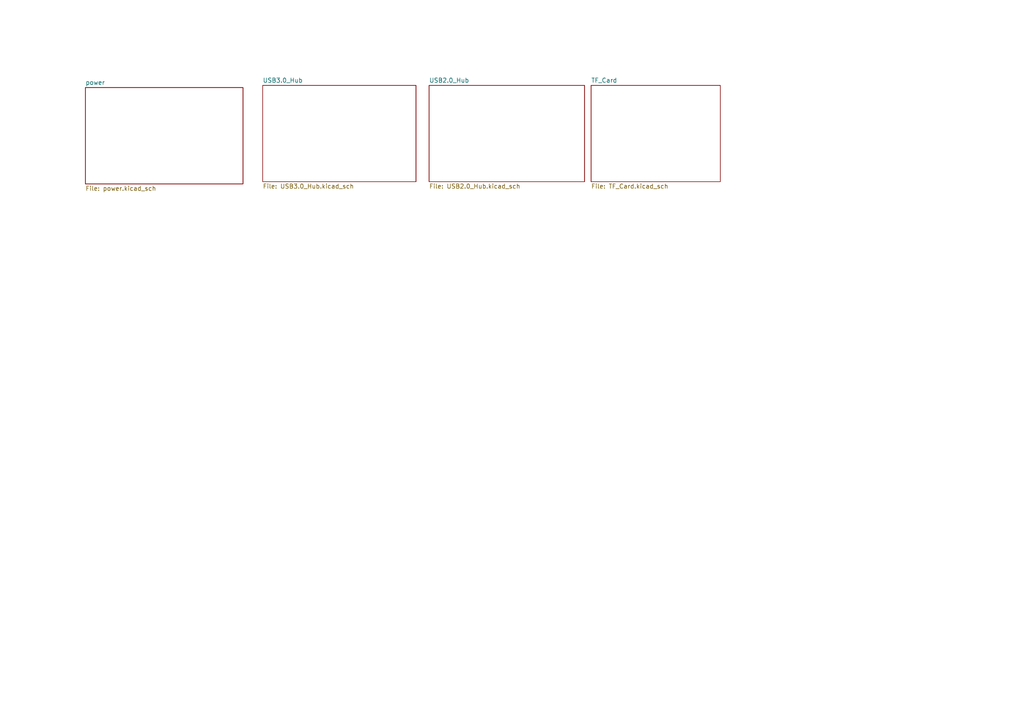
<source format=kicad_sch>
(kicad_sch
	(version 20231120)
	(generator "eeschema")
	(generator_version "8.0")
	(uuid "8ad50108-47e9-4ae9-a206-95b7e5c95028")
	(paper "A4")
	(lib_symbols)
	(sheet
		(at 171.45 24.765)
		(size 37.465 27.94)
		(fields_autoplaced yes)
		(stroke
			(width 0.1524)
			(type solid)
		)
		(fill
			(color 0 0 0 0.0000)
		)
		(uuid "4dfe2dc4-8254-47dd-b150-3ac61afb251a")
		(property "Sheetname" "TF_Card"
			(at 171.45 24.0534 0)
			(effects
				(font
					(size 1.27 1.27)
				)
				(justify left bottom)
			)
		)
		(property "Sheetfile" "TF_Card.kicad_sch"
			(at 171.45 53.2896 0)
			(effects
				(font
					(size 1.27 1.27)
				)
				(justify left top)
			)
		)
		(instances
			(project "UsbHub"
				(path "/8ad50108-47e9-4ae9-a206-95b7e5c95028"
					(page "5")
				)
			)
		)
	)
	(sheet
		(at 24.765 25.4)
		(size 45.72 27.94)
		(fields_autoplaced yes)
		(stroke
			(width 0.1524)
			(type solid)
		)
		(fill
			(color 0 0 0 0.0000)
		)
		(uuid "6b282503-d2f0-4390-acc3-b7b28b00abf5")
		(property "Sheetname" "power"
			(at 24.765 24.6884 0)
			(effects
				(font
					(size 1.27 1.27)
				)
				(justify left bottom)
			)
		)
		(property "Sheetfile" "power.kicad_sch"
			(at 24.765 53.9246 0)
			(effects
				(font
					(size 1.27 1.27)
				)
				(justify left top)
			)
		)
		(instances
			(project "UsbHub"
				(path "/8ad50108-47e9-4ae9-a206-95b7e5c95028"
					(page "2")
				)
			)
		)
	)
	(sheet
		(at 124.46 24.765)
		(size 45.085 27.94)
		(fields_autoplaced yes)
		(stroke
			(width 0.1524)
			(type solid)
		)
		(fill
			(color 0 0 0 0.0000)
		)
		(uuid "7a8dbe73-ad1d-4b93-8826-69b2c97593d0")
		(property "Sheetname" "USB2.0_Hub"
			(at 124.46 24.0534 0)
			(effects
				(font
					(size 1.27 1.27)
				)
				(justify left bottom)
			)
		)
		(property "Sheetfile" "USB2.0_Hub.kicad_sch"
			(at 124.46 53.2896 0)
			(effects
				(font
					(size 1.27 1.27)
				)
				(justify left top)
			)
		)
		(instances
			(project "UsbHub"
				(path "/8ad50108-47e9-4ae9-a206-95b7e5c95028"
					(page "4")
				)
			)
		)
	)
	(sheet
		(at 76.2 24.765)
		(size 44.45 27.94)
		(fields_autoplaced yes)
		(stroke
			(width 0.1524)
			(type solid)
		)
		(fill
			(color 0 0 0 0.0000)
		)
		(uuid "b8ee8af1-a10b-4609-9a00-479227e6dfd8")
		(property "Sheetname" "USB3.0_Hub"
			(at 76.2 24.0534 0)
			(effects
				(font
					(size 1.27 1.27)
				)
				(justify left bottom)
			)
		)
		(property "Sheetfile" "USB3.0_Hub.kicad_sch"
			(at 76.2 53.2896 0)
			(effects
				(font
					(size 1.27 1.27)
				)
				(justify left top)
			)
		)
		(instances
			(project "UsbHub"
				(path "/8ad50108-47e9-4ae9-a206-95b7e5c95028"
					(page "3")
				)
			)
		)
	)
	(sheet_instances
		(path "/"
			(page "1")
		)
	)
)

</source>
